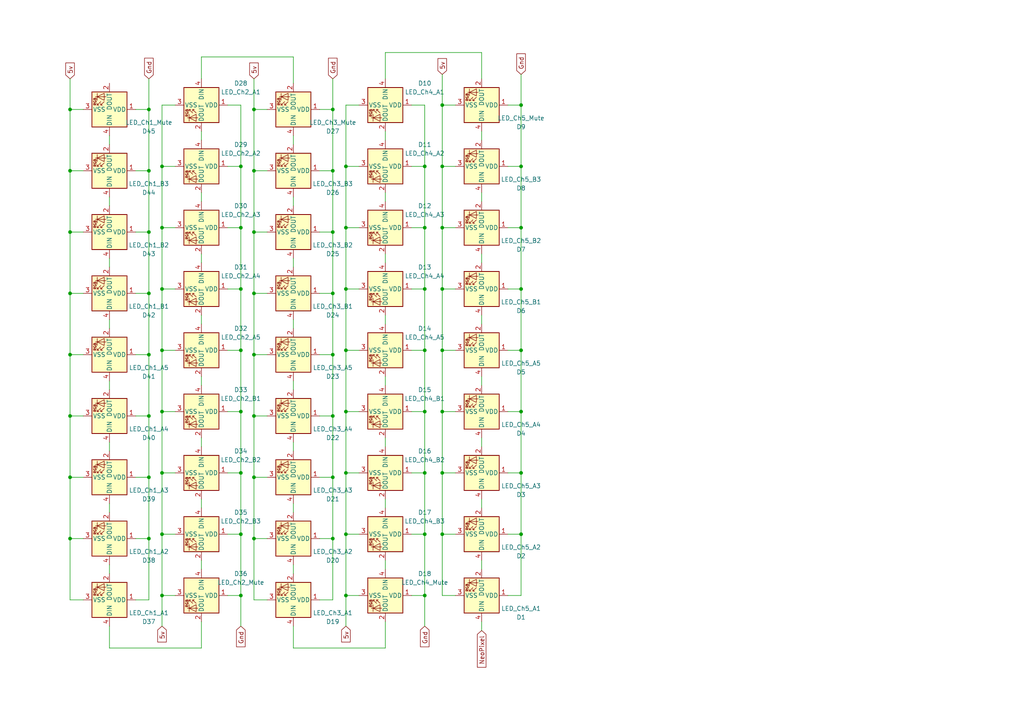
<source format=kicad_sch>
(kicad_sch (version 20231120) (generator "eeschema") (generator_version "8.0")
  (paper "A4")
  (lib_symbols
    (symbol "LED:WS2812B" (pin_names (offset 0.254))
      (property "Reference" "D" (at 5.08 5.715 0))
      (property "Value" "WS2812B" (at 1.27 -5.715 0))
      (symbol "WS2812B_0_0"
        (text "RGB" (at 2.286 -4.191 0) (effects (font (size 0.762 0.762))))
      )
      (symbol "WS2812B_0_1"
        (polyline (pts (xy 1.27 -3.556) (xy 1.778 -3.556)))
        (polyline (pts (xy 1.27 -2.54) (xy 1.778 -2.54)))
        (polyline (pts (xy 4.699 -3.556) (xy 2.667 -3.556)))
        (polyline (pts (xy 2.286 -2.54) (xy 1.27 -3.556) (xy 1.27 -3.048)))
        (polyline (pts (xy 2.286 -1.524) (xy 1.27 -2.54) (xy 1.27 -2.032)))
        (polyline (pts (xy 3.683 -1.016) (xy 3.683 -3.556) (xy 3.683 -4.064)))
        (polyline (pts (xy 4.699 -1.524) (xy 2.667 -1.524) (xy 3.683 -3.556) (xy 4.699 -1.524)))
        (rectangle (start 5.08 5.08) (end -5.08 -5.08) (stroke (width 0.254)) (fill (type background)))
      )
      (symbol "WS2812B_1_1"
        (pin power_in line (at 0 7.62 270) (length 2.54) (name "VDD") (number "1"))
        (pin output line (at 7.62 0 180) (length 2.54) (name "DOUT") (number "2"))
        (pin power_in line (at 0 -7.62 90) (length 2.54) (name "VSS") (number "3"))
        (pin input line (at -7.62 0 0) (length 2.54) (name "DIN") (number "4"))
      )
    )
  )
  (junction (at 96.52 138.43))
  (junction (at 100.33 154.94))
  (junction (at 123.19 83.82))
  (junction (at 20.32 67.31))
  (junction (at 43.18 102.87))
  (junction (at 43.18 156.21))
  (junction (at 96.52 31.75))
  (junction (at 46.99 48.26))
  (junction (at 73.66 120.65))
  (junction (at 69.85 48.26))
  (junction (at 123.19 66.04))
  (junction (at 123.19 48.26))
  (junction (at 100.33 119.38))
  (junction (at 69.85 83.82))
  (junction (at 46.99 83.82))
  (junction (at 100.33 48.26))
  (junction (at 128.27 30.48))
  (junction (at 100.33 83.82))
  (junction (at 151.13 83.82))
  (junction (at 128.27 119.38))
  (junction (at 151.13 30.48))
  (junction (at 73.66 85.09))
  (junction (at 20.32 85.09))
  (junction (at 151.13 66.04))
  (junction (at 43.18 120.65))
  (junction (at 128.27 137.16))
  (junction (at 20.32 120.65))
  (junction (at 20.32 138.43))
  (junction (at 128.27 83.82))
  (junction (at 46.99 137.16))
  (junction (at 96.52 49.53))
  (junction (at 151.13 137.16))
  (junction (at 69.85 137.16))
  (junction (at 96.52 67.31))
  (junction (at 46.99 66.04))
  (junction (at 73.66 31.75))
  (junction (at 46.99 101.6))
  (junction (at 69.85 101.6))
  (junction (at 96.52 156.21))
  (junction (at 43.18 85.09))
  (junction (at 151.13 48.26))
  (junction (at 151.13 119.38))
  (junction (at 128.27 101.6))
  (junction (at 73.66 156.21))
  (junction (at 46.99 154.94))
  (junction (at 73.66 138.43))
  (junction (at 128.27 154.94))
  (junction (at 96.52 120.65))
  (junction (at 100.33 137.16))
  (junction (at 96.52 85.09))
  (junction (at 151.13 154.94))
  (junction (at 69.85 154.94))
  (junction (at 96.52 102.87))
  (junction (at 69.85 119.38))
  (junction (at 20.32 31.75))
  (junction (at 43.18 31.75))
  (junction (at 43.18 49.53))
  (junction (at 20.32 49.53))
  (junction (at 123.19 119.38))
  (junction (at 43.18 138.43))
  (junction (at 46.99 119.38))
  (junction (at 100.33 66.04))
  (junction (at 69.85 172.72))
  (junction (at 123.19 101.6))
  (junction (at 73.66 49.53))
  (junction (at 43.18 67.31))
  (junction (at 100.33 172.72))
  (junction (at 123.19 137.16))
  (junction (at 20.32 156.21))
  (junction (at 123.19 154.94))
  (junction (at 73.66 67.31))
  (junction (at 46.99 172.72))
  (junction (at 128.27 48.26))
  (junction (at 123.19 172.72))
  (junction (at 69.85 66.04))
  (junction (at 100.33 101.6))
  (junction (at 128.27 66.04))
  (junction (at 73.66 102.87))
  (junction (at 151.13 101.6))
  (junction (at 20.32 102.87))
  (wire (pts (xy 96.52 138.43) (xy 96.52 156.21)))
  (wire (pts (xy 119.38 172.72) (xy 123.19 172.72)))
  (wire (pts (xy 39.37 120.65) (xy 43.18 120.65)))
  (wire (pts (xy 147.32 48.26) (xy 151.13 48.26)))
  (wire (pts (xy 96.52 85.09) (xy 96.52 102.87)))
  (wire (pts (xy 73.66 49.53) (xy 77.47 49.53)))
  (wire (pts (xy 31.75 163.83) (xy 31.75 166.37)))
  (wire (pts (xy 139.7 38.1) (xy 139.7 40.64)))
  (wire (pts (xy 39.37 31.75) (xy 43.18 31.75)))
  (wire (pts (xy 128.27 48.26) (xy 132.08 48.26)))
  (wire (pts (xy 85.09 146.05) (xy 85.09 148.59)))
  (wire (pts (xy 20.32 173.99) (xy 24.13 173.99)))
  (wire (pts (xy 66.04 66.04) (xy 69.85 66.04)))
  (wire (pts (xy 73.66 138.43) (xy 73.66 156.21)))
  (wire (pts (xy 147.32 30.48) (xy 151.13 30.48)))
  (wire (pts (xy 100.33 181.61) (xy 100.33 172.72)))
  (wire (pts (xy 73.66 120.65) (xy 73.66 138.43)))
  (wire (pts (xy 39.37 67.31) (xy 43.18 67.31)))
  (wire (pts (xy 69.85 137.16) (xy 69.85 119.38)))
  (wire (pts (xy 92.71 156.21) (xy 96.52 156.21)))
  (wire (pts (xy 85.09 163.83) (xy 85.09 166.37)))
  (wire (pts (xy 46.99 172.72) (xy 46.99 154.94)))
  (wire (pts (xy 128.27 119.38) (xy 132.08 119.38)))
  (wire (pts (xy 147.32 101.6) (xy 151.13 101.6)))
  (wire (pts (xy 73.66 49.53) (xy 73.66 67.31)))
  (wire (pts (xy 96.52 67.31) (xy 96.52 85.09)))
  (wire (pts (xy 96.52 102.87) (xy 96.52 120.65)))
  (wire (pts (xy 46.99 83.82) (xy 46.99 66.04)))
  (wire (pts (xy 100.33 101.6) (xy 100.33 83.82)))
  (wire (pts (xy 100.33 30.48) (xy 104.14 30.48)))
  (wire (pts (xy 58.42 187.96) (xy 58.42 180.34)))
  (wire (pts (xy 151.13 30.48) (xy 151.13 48.26)))
  (wire (pts (xy 139.7 73.66) (xy 139.7 76.2)))
  (wire (pts (xy 31.75 181.61) (xy 31.75 187.96)))
  (wire (pts (xy 100.33 154.94) (xy 100.33 137.16)))
  (wire (pts (xy 151.13 48.26) (xy 151.13 66.04)))
  (wire (pts (xy 119.38 154.94) (xy 123.19 154.94)))
  (wire (pts (xy 46.99 119.38) (xy 46.99 101.6)))
  (wire (pts (xy 111.76 40.64) (xy 111.76 38.1)))
  (wire (pts (xy 66.04 119.38) (xy 69.85 119.38)))
  (wire (pts (xy 85.09 110.49) (xy 85.09 113.03)))
  (wire (pts (xy 128.27 101.6) (xy 128.27 119.38)))
  (wire (pts (xy 123.19 172.72) (xy 123.19 154.94)))
  (wire (pts (xy 139.7 144.78) (xy 139.7 147.32)))
  (wire (pts (xy 69.85 48.26) (xy 69.85 30.48)))
  (wire (pts (xy 139.7 109.22) (xy 139.7 111.76)))
  (wire (pts (xy 92.71 85.09) (xy 96.52 85.09)))
  (wire (pts (xy 46.99 101.6) (xy 46.99 83.82)))
  (wire (pts (xy 66.04 137.16) (xy 69.85 137.16)))
  (wire (pts (xy 128.27 83.82) (xy 128.27 101.6)))
  (wire (pts (xy 43.18 22.86) (xy 43.18 31.75)))
  (wire (pts (xy 20.32 67.31) (xy 20.32 85.09)))
  (wire (pts (xy 128.27 137.16) (xy 128.27 154.94)))
  (wire (pts (xy 111.76 58.42) (xy 111.76 55.88)))
  (wire (pts (xy 39.37 156.21) (xy 43.18 156.21)))
  (wire (pts (xy 92.71 49.53) (xy 96.52 49.53)))
  (wire (pts (xy 100.33 83.82) (xy 104.14 83.82)))
  (wire (pts (xy 151.13 101.6) (xy 151.13 119.38)))
  (wire (pts (xy 69.85 66.04) (xy 69.85 48.26)))
  (wire (pts (xy 20.32 22.86) (xy 20.32 31.75)))
  (wire (pts (xy 46.99 101.6) (xy 50.8 101.6)))
  (wire (pts (xy 111.76 15.24) (xy 139.7 15.24)))
  (wire (pts (xy 20.32 102.87) (xy 20.32 120.65)))
  (wire (pts (xy 31.75 187.96) (xy 58.42 187.96)))
  (wire (pts (xy 100.33 48.26) (xy 100.33 30.48)))
  (wire (pts (xy 43.18 67.31) (xy 43.18 85.09)))
  (wire (pts (xy 46.99 137.16) (xy 50.8 137.16)))
  (wire (pts (xy 123.19 181.61) (xy 123.19 172.72)))
  (wire (pts (xy 128.27 154.94) (xy 128.27 172.72)))
  (wire (pts (xy 58.42 111.76) (xy 58.42 109.22)))
  (wire (pts (xy 128.27 101.6) (xy 132.08 101.6)))
  (wire (pts (xy 73.66 102.87) (xy 73.66 120.65)))
  (wire (pts (xy 20.32 49.53) (xy 24.13 49.53)))
  (wire (pts (xy 46.99 30.48) (xy 50.8 30.48)))
  (wire (pts (xy 69.85 119.38) (xy 69.85 101.6)))
  (wire (pts (xy 46.99 48.26) (xy 46.99 30.48)))
  (wire (pts (xy 111.76 187.96) (xy 111.76 180.34)))
  (wire (pts (xy 96.52 173.99) (xy 92.71 173.99)))
  (wire (pts (xy 20.32 67.31) (xy 24.13 67.31)))
  (wire (pts (xy 128.27 48.26) (xy 128.27 66.04)))
  (wire (pts (xy 119.38 83.82) (xy 123.19 83.82)))
  (wire (pts (xy 147.32 119.38) (xy 151.13 119.38)))
  (wire (pts (xy 111.76 93.98) (xy 111.76 91.44)))
  (wire (pts (xy 69.85 172.72) (xy 69.85 154.94)))
  (wire (pts (xy 46.99 48.26) (xy 50.8 48.26)))
  (wire (pts (xy 73.66 173.99) (xy 77.47 173.99)))
  (wire (pts (xy 96.52 49.53) (xy 96.52 67.31)))
  (wire (pts (xy 73.66 85.09) (xy 73.66 102.87)))
  (wire (pts (xy 20.32 102.87) (xy 24.13 102.87)))
  (wire (pts (xy 92.71 67.31) (xy 96.52 67.31)))
  (wire (pts (xy 69.85 181.61) (xy 69.85 172.72)))
  (wire (pts (xy 20.32 31.75) (xy 20.32 49.53)))
  (wire (pts (xy 73.66 31.75) (xy 77.47 31.75)))
  (wire (pts (xy 73.66 138.43) (xy 77.47 138.43)))
  (wire (pts (xy 100.33 119.38) (xy 104.14 119.38)))
  (wire (pts (xy 66.04 172.72) (xy 69.85 172.72)))
  (wire (pts (xy 31.75 110.49) (xy 31.75 113.03)))
  (wire (pts (xy 151.13 137.16) (xy 151.13 154.94)))
  (wire (pts (xy 31.75 146.05) (xy 31.75 148.59)))
  (wire (pts (xy 20.32 85.09) (xy 24.13 85.09)))
  (wire (pts (xy 111.76 76.2) (xy 111.76 73.66)))
  (wire (pts (xy 128.27 172.72) (xy 132.08 172.72)))
  (wire (pts (xy 66.04 48.26) (xy 69.85 48.26)))
  (wire (pts (xy 96.52 31.75) (xy 96.52 49.53)))
  (wire (pts (xy 139.7 15.24) (xy 139.7 22.86)))
  (wire (pts (xy 20.32 138.43) (xy 20.32 156.21)))
  (wire (pts (xy 85.09 128.27) (xy 85.09 130.81)))
  (wire (pts (xy 39.37 102.87) (xy 43.18 102.87)))
  (wire (pts (xy 43.18 49.53) (xy 43.18 67.31)))
  (wire (pts (xy 20.32 138.43) (xy 24.13 138.43)))
  (wire (pts (xy 66.04 101.6) (xy 69.85 101.6)))
  (wire (pts (xy 20.32 156.21) (xy 24.13 156.21)))
  (wire (pts (xy 119.38 137.16) (xy 123.19 137.16)))
  (wire (pts (xy 39.37 49.53) (xy 43.18 49.53)))
  (wire (pts (xy 151.13 66.04) (xy 151.13 83.82)))
  (wire (pts (xy 100.33 137.16) (xy 100.33 119.38)))
  (wire (pts (xy 43.18 31.75) (xy 43.18 49.53)))
  (wire (pts (xy 85.09 39.37) (xy 85.09 41.91)))
  (wire (pts (xy 46.99 119.38) (xy 50.8 119.38)))
  (wire (pts (xy 46.99 154.94) (xy 46.99 137.16)))
  (wire (pts (xy 128.27 119.38) (xy 128.27 137.16)))
  (wire (pts (xy 66.04 83.82) (xy 69.85 83.82)))
  (wire (pts (xy 123.19 154.94) (xy 123.19 137.16)))
  (wire (pts (xy 46.99 66.04) (xy 50.8 66.04)))
  (wire (pts (xy 43.18 173.99) (xy 39.37 173.99)))
  (wire (pts (xy 123.19 137.16) (xy 123.19 119.38)))
  (wire (pts (xy 43.18 102.87) (xy 43.18 120.65)))
  (wire (pts (xy 147.32 137.16) (xy 151.13 137.16)))
  (wire (pts (xy 100.33 172.72) (xy 104.14 172.72)))
  (wire (pts (xy 69.85 101.6) (xy 69.85 83.82)))
  (wire (pts (xy 43.18 120.65) (xy 43.18 138.43)))
  (wire (pts (xy 73.66 120.65) (xy 77.47 120.65)))
  (wire (pts (xy 128.27 30.48) (xy 132.08 30.48)))
  (wire (pts (xy 96.52 156.21) (xy 96.52 173.99)))
  (wire (pts (xy 58.42 76.2) (xy 58.42 73.66)))
  (wire (pts (xy 73.66 102.87) (xy 77.47 102.87)))
  (wire (pts (xy 31.75 92.71) (xy 31.75 95.25)))
  (wire (pts (xy 85.09 187.96) (xy 111.76 187.96)))
  (wire (pts (xy 20.32 120.65) (xy 24.13 120.65)))
  (wire (pts (xy 100.33 48.26) (xy 104.14 48.26)))
  (wire (pts (xy 123.19 101.6) (xy 123.19 83.82)))
  (wire (pts (xy 31.75 57.15) (xy 31.75 59.69)))
  (wire (pts (xy 111.76 129.54) (xy 111.76 127)))
  (wire (pts (xy 92.71 138.43) (xy 96.52 138.43)))
  (wire (pts (xy 92.71 120.65) (xy 96.52 120.65)))
  (wire (pts (xy 128.27 21.59) (xy 128.27 30.48)))
  (wire (pts (xy 119.38 119.38) (xy 123.19 119.38)))
  (wire (pts (xy 39.37 138.43) (xy 43.18 138.43)))
  (wire (pts (xy 147.32 154.94) (xy 151.13 154.94)))
  (wire (pts (xy 128.27 66.04) (xy 132.08 66.04)))
  (wire (pts (xy 31.75 128.27) (xy 31.75 130.81)))
  (wire (pts (xy 96.52 120.65) (xy 96.52 138.43)))
  (wire (pts (xy 100.33 101.6) (xy 104.14 101.6)))
  (wire (pts (xy 119.38 48.26) (xy 123.19 48.26)))
  (wire (pts (xy 39.37 85.09) (xy 43.18 85.09)))
  (wire (pts (xy 73.66 22.86) (xy 73.66 31.75)))
  (wire (pts (xy 123.19 48.26) (xy 123.19 30.48)))
  (wire (pts (xy 139.7 91.44) (xy 139.7 93.98)))
  (wire (pts (xy 100.33 119.38) (xy 100.33 101.6)))
  (wire (pts (xy 119.38 101.6) (xy 123.19 101.6)))
  (wire (pts (xy 151.13 172.72) (xy 147.32 172.72)))
  (wire (pts (xy 69.85 154.94) (xy 69.85 137.16)))
  (wire (pts (xy 31.75 74.93) (xy 31.75 77.47)))
  (wire (pts (xy 58.42 165.1) (xy 58.42 162.56)))
  (wire (pts (xy 73.66 156.21) (xy 77.47 156.21)))
  (wire (pts (xy 46.99 137.16) (xy 46.99 119.38)))
  (wire (pts (xy 111.76 22.86) (xy 111.76 15.24)))
  (wire (pts (xy 123.19 83.82) (xy 123.19 66.04)))
  (wire (pts (xy 58.42 58.42) (xy 58.42 55.88)))
  (wire (pts (xy 96.52 22.86) (xy 96.52 31.75)))
  (wire (pts (xy 151.13 119.38) (xy 151.13 137.16)))
  (wire (pts (xy 58.42 147.32) (xy 58.42 144.78)))
  (wire (pts (xy 147.32 66.04) (xy 151.13 66.04)))
  (wire (pts (xy 85.09 181.61) (xy 85.09 187.96)))
  (wire (pts (xy 20.32 156.21) (xy 20.32 173.99)))
  (wire (pts (xy 100.33 137.16) (xy 104.14 137.16)))
  (wire (pts (xy 139.7 55.88) (xy 139.7 58.42)))
  (wire (pts (xy 123.19 119.38) (xy 123.19 101.6)))
  (wire (pts (xy 128.27 154.94) (xy 132.08 154.94)))
  (wire (pts (xy 46.99 83.82) (xy 50.8 83.82)))
  (wire (pts (xy 73.66 67.31) (xy 73.66 85.09)))
  (wire (pts (xy 85.09 74.93) (xy 85.09 77.47)))
  (wire (pts (xy 46.99 154.94) (xy 50.8 154.94)))
  (wire (pts (xy 128.27 30.48) (xy 128.27 48.26)))
  (wire (pts (xy 31.75 39.37) (xy 31.75 41.91)))
  (wire (pts (xy 20.32 49.53) (xy 20.32 67.31)))
  (wire (pts (xy 43.18 138.43) (xy 43.18 156.21)))
  (wire (pts (xy 139.7 162.56) (xy 139.7 165.1)))
  (wire (pts (xy 128.27 83.82) (xy 132.08 83.82)))
  (wire (pts (xy 46.99 66.04) (xy 46.99 48.26)))
  (wire (pts (xy 151.13 83.82) (xy 151.13 101.6)))
  (wire (pts (xy 100.33 83.82) (xy 100.33 66.04)))
  (wire (pts (xy 151.13 154.94) (xy 151.13 172.72)))
  (wire (pts (xy 73.66 85.09) (xy 77.47 85.09)))
  (wire (pts (xy 128.27 66.04) (xy 128.27 83.82)))
  (wire (pts (xy 100.33 66.04) (xy 100.33 48.26)))
  (wire (pts (xy 111.76 111.76) (xy 111.76 109.22)))
  (wire (pts (xy 46.99 181.61) (xy 46.99 172.72)))
  (wire (pts (xy 73.66 31.75) (xy 73.66 49.53)))
  (wire (pts (xy 58.42 22.86) (xy 58.42 16.51)))
  (wire (pts (xy 85.09 16.51) (xy 85.09 24.13)))
  (wire (pts (xy 43.18 156.21) (xy 43.18 173.99)))
  (wire (pts (xy 119.38 66.04) (xy 123.19 66.04)))
  (wire (pts (xy 73.66 156.21) (xy 73.66 173.99)))
  (wire (pts (xy 58.42 40.64) (xy 58.42 38.1)))
  (wire (pts (xy 69.85 30.48) (xy 66.04 30.48)))
  (wire (pts (xy 85.09 57.15) (xy 85.09 59.69)))
  (wire (pts (xy 123.19 30.48) (xy 119.38 30.48)))
  (wire (pts (xy 58.42 93.98) (xy 58.42 91.44)))
  (wire (pts (xy 111.76 147.32) (xy 111.76 144.78)))
  (wire (pts (xy 147.32 83.82) (xy 151.13 83.82)))
  (wire (pts (xy 100.33 154.94) (xy 104.14 154.94)))
  (wire (pts (xy 46.99 172.72) (xy 50.8 172.72)))
  (wire (pts (xy 58.42 129.54) (xy 58.42 127)))
  (wire (pts (xy 123.19 66.04) (xy 123.19 48.26)))
  (wire (pts (xy 92.71 31.75) (xy 96.52 31.75)))
  (wire (pts (xy 20.32 120.65) (xy 20.32 138.43)))
  (wire (pts (xy 139.7 127) (xy 139.7 129.54)))
  (wire (pts (xy 20.32 85.09) (xy 20.32 102.87)))
  (wire (pts (xy 58.42 16.51) (xy 85.09 16.51)))
  (wire (pts (xy 43.18 85.09) (xy 43.18 102.87)))
  (wire (pts (xy 92.71 102.87) (xy 96.52 102.87)))
  (wire (pts (xy 151.13 21.59) (xy 151.13 30.48)))
  (wire (pts (xy 139.7 180.34) (xy 139.7 182.88)))
  (wire (pts (xy 20.32 31.75) (xy 24.13 31.75)))
  (wire (pts (xy 69.85 83.82) (xy 69.85 66.04)))
  (wire (pts (xy 128.27 137.16) (xy 132.08 137.16)))
  (wire (pts (xy 66.04 154.94) (xy 69.85 154.94)))
  (wire (pts (xy 100.33 66.04) (xy 104.14 66.04)))
  (wire (pts (xy 85.09 92.71) (xy 85.09 95.25)))
  (wire (pts (xy 111.76 165.1) (xy 111.76 162.56)))
  (wire (pts (xy 100.33 172.72) (xy 100.33 154.94)))
  (wire (pts (xy 73.66 67.31) (xy 77.47 67.31)))
  (global_label "5v" (shape input) (at 20.32 22.86 90) (property "Intersheetrefs" "${INTERSHEET_REFS}" (effects (hide yes))))
  (global_label "Gnd" (shape input) (at 151.13 21.59 90) (property "Intersheetrefs" "${INTERSHEET_REFS}" (effects (hide yes))))
  (global_label "5v" (shape input) (at 128.27 21.59 90) (property "Intersheetrefs" "${INTERSHEET_REFS}" (effects (hide yes))))
  (global_label "5v" (shape input) (at 73.66 22.86 90) (property "Intersheetrefs" "${INTERSHEET_REFS}" (effects (hide yes))))
  (global_label "5v" (shape input) (at 100.33 181.61 270) (property "Intersheetrefs" "${INTERSHEET_REFS}" (effects (hide yes))))
  (global_label "Gnd" (shape input) (at 96.52 22.86 90) (property "Intersheetrefs" "${INTERSHEET_REFS}" (effects (hide yes))))
  (global_label "Gnd" (shape input) (at 43.18 22.86 90) (property "Intersheetrefs" "${INTERSHEET_REFS}" (effects (hide yes))))
  (global_label "Gnd" (shape input) (at 123.19 181.61 270) (property "Intersheetrefs" "${INTERSHEET_REFS}" (effects (hide yes))))
  (global_label "NeoPixel" (shape input) (at 139.7 182.88 270) (property "Intersheetrefs" "${INTERSHEET_REFS}" (effects (hide yes))))
  (global_label "Gnd" (shape input) (at 69.85 181.61 270) (property "Intersheetrefs" "${INTERSHEET_REFS}" (effects (hide yes))))
  (global_label "5v" (shape input) (at 46.99 181.61 270) (property "Intersheetrefs" "${INTERSHEET_REFS}" (effects (hide yes))))
  (symbol (lib_id "LED:WS2812B") (at 58.42 83.82 270) (unit 1)
    (property "Reference" "D31" (at 69.85 77.5014 90))
    (property "Value" "LED_Ch2_A4" (at 69.85 80.0414 90))
    (property "Footprint" "LED_SMD:LED_WS2812B_PLCC4_5.0x5.0mm_P3.2mm" (effects (hide yes)))
    (property "Datasheet" "https://cdn-shop.adafruit.com/datasheets/WS2812B.pdf" (effects (hide yes)))
    (property "Description" "RGB LED with integrated controller" (effects (hide yes)))
  )
  (symbol (lib_id "LED:WS2812B") (at 58.42 137.16 270) (unit 1)
    (property "Reference" "D34" (at 69.85 130.8414 90))
    (property "Value" "LED_Ch2_B2" (at 69.85 133.3814 90))
    (property "Footprint" "LED_SMD:LED_WS2812B_PLCC4_5.0x5.0mm_P3.2mm" (effects (hide yes)))
    (property "Datasheet" "https://cdn-shop.adafruit.com/datasheets/WS2812B.pdf" (effects (hide yes)))
    (property "Description" "RGB LED with integrated controller" (effects (hide yes)))
  )
  (symbol (lib_id "LED:WS2812B") (at 85.09 156.21 270) (mirror x) (unit 1)
    (property "Reference" "D20" (at 96.52 162.5286 90))
    (property "Value" "LED_Ch3_A2" (at 96.52 159.9886 90))
    (property "Footprint" "LED_SMD:LED_WS2812B_PLCC4_5.0x5.0mm_P3.2mm" (effects (hide yes)))
    (property "Datasheet" "https://cdn-shop.adafruit.com/datasheets/WS2812B.pdf" (effects (hide yes)))
    (property "Description" "RGB LED with integrated controller" (effects (hide yes)))
  )
  (symbol (lib_id "LED:WS2812B") (at 139.7 101.6 270) (mirror x) (unit 1)
    (property "Reference" "D5" (at 151.13 107.9186 90))
    (property "Value" "LED_Ch5_A5" (at 151.13 105.3786 90))
    (property "Footprint" "LED_SMD:LED_WS2812B_PLCC4_5.0x5.0mm_P3.2mm" (effects (hide yes)))
    (property "Datasheet" "https://cdn-shop.adafruit.com/datasheets/WS2812B.pdf" (effects (hide yes)))
    (property "Description" "RGB LED with integrated controller" (effects (hide yes)))
  )
  (symbol (lib_id "LED:WS2812B") (at 31.75 85.09 270) (mirror x) (unit 1)
    (property "Reference" "D42" (at 43.18 91.4086 90))
    (property "Value" "LED_Ch1_B1" (at 43.18 88.8686 90))
    (property "Footprint" "LED_SMD:LED_WS2812B_PLCC4_5.0x5.0mm_P3.2mm" (effects (hide yes)))
    (property "Datasheet" "https://cdn-shop.adafruit.com/datasheets/WS2812B.pdf" (effects (hide yes)))
    (property "Description" "RGB LED with integrated controller" (effects (hide yes)))
  )
  (symbol (lib_id "LED:WS2812B") (at 111.76 101.6 270) (unit 1)
    (property "Reference" "D14" (at 123.19 95.2814 90))
    (property "Value" "LED_Ch4_A5" (at 123.19 97.8214 90))
    (property "Footprint" "LED_SMD:LED_WS2812B_PLCC4_5.0x5.0mm_P3.2mm" (effects (hide yes)))
    (property "Datasheet" "https://cdn-shop.adafruit.com/datasheets/WS2812B.pdf" (effects (hide yes)))
    (property "Description" "RGB LED with integrated controller" (effects (hide yes)))
  )
  (symbol (lib_id "LED:WS2812B") (at 139.7 172.72 270) (mirror x) (unit 1)
    (property "Reference" "D1" (at 151.13 179.0386 90))
    (property "Value" "LED_Ch5_A1" (at 151.13 176.4986 90))
    (property "Footprint" "LED_SMD:LED_WS2812B_PLCC4_5.0x5.0mm_P3.2mm" (effects (hide yes)))
    (property "Datasheet" "https://cdn-shop.adafruit.com/datasheets/WS2812B.pdf" (effects (hide yes)))
    (property "Description" "RGB LED with integrated controller" (effects (hide yes)))
  )
  (symbol (lib_id "LED:WS2812B") (at 85.09 67.31 270) (mirror x) (unit 1)
    (property "Reference" "D25" (at 96.52 73.6286 90))
    (property "Value" "LED_Ch3_B2" (at 96.52 71.0886 90))
    (property "Footprint" "LED_SMD:LED_WS2812B_PLCC4_5.0x5.0mm_P3.2mm" (effects (hide yes)))
    (property "Datasheet" "https://cdn-shop.adafruit.com/datasheets/WS2812B.pdf" (effects (hide yes)))
    (property "Description" "RGB LED with integrated controller" (effects (hide yes)))
  )
  (symbol (lib_id "LED:WS2812B") (at 31.75 173.99 270) (mirror x) (unit 1)
    (property "Reference" "D37" (at 43.18 180.3086 90))
    (property "Value" "LED_Ch1_A1" (at 43.18 177.7686 90))
    (property "Footprint" "LED_SMD:LED_WS2812B_PLCC4_5.0x5.0mm_P3.2mm" (effects (hide yes)))
    (property "Datasheet" "https://cdn-shop.adafruit.com/datasheets/WS2812B.pdf" (effects (hide yes)))
    (property "Description" "RGB LED with integrated controller" (effects (hide yes)))
  )
  (symbol (lib_id "LED:WS2812B") (at 58.42 154.94 270) (unit 1)
    (property "Reference" "D35" (at 69.85 148.6214 90))
    (property "Value" "LED_Ch2_B3" (at 69.85 151.1614 90))
    (property "Footprint" "LED_SMD:LED_WS2812B_PLCC4_5.0x5.0mm_P3.2mm" (effects (hide yes)))
    (property "Datasheet" "https://cdn-shop.adafruit.com/datasheets/WS2812B.pdf" (effects (hide yes)))
    (property "Description" "RGB LED with integrated controller" (effects (hide yes)))
  )
  (symbol (lib_id "LED:WS2812B") (at 85.09 173.99 270) (mirror x) (unit 1)
    (property "Reference" "D19" (at 96.52 180.3086 90))
    (property "Value" "LED_Ch3_A1" (at 96.52 177.7686 90))
    (property "Footprint" "LED_SMD:LED_WS2812B_PLCC4_5.0x5.0mm_P3.2mm" (effects (hide yes)))
    (property "Datasheet" "https://cdn-shop.adafruit.com/datasheets/WS2812B.pdf" (effects (hide yes)))
    (property "Description" "RGB LED with integrated controller" (effects (hide yes)))
  )
  (symbol (lib_id "LED:WS2812B") (at 85.09 120.65 270) (mirror x) (unit 1)
    (property "Reference" "D22" (at 96.52 126.9686 90))
    (property "Value" "LED_Ch3_A4" (at 96.52 124.4286 90))
    (property "Footprint" "LED_SMD:LED_WS2812B_PLCC4_5.0x5.0mm_P3.2mm" (effects (hide yes)))
    (property "Datasheet" "https://cdn-shop.adafruit.com/datasheets/WS2812B.pdf" (effects (hide yes)))
    (property "Description" "RGB LED with integrated controller" (effects (hide yes)))
  )
  (symbol (lib_id "LED:WS2812B") (at 85.09 31.75 270) (mirror x) (unit 1)
    (property "Reference" "D27" (at 96.52 38.0686 90))
    (property "Value" "LED_Ch3_Mute" (at 96.52 35.5286 90))
    (property "Footprint" "LED_SMD:LED_WS2812B_PLCC4_5.0x5.0mm_P3.2mm" (effects (hide yes)))
    (property "Datasheet" "https://cdn-shop.adafruit.com/datasheets/WS2812B.pdf" (effects (hide yes)))
    (property "Description" "RGB LED with integrated controller" (effects (hide yes)))
  )
  (symbol (lib_id "LED:WS2812B") (at 85.09 85.09 270) (mirror x) (unit 1)
    (property "Reference" "D24" (at 96.52 91.4086 90))
    (property "Value" "LED_Ch3_B1" (at 96.52 88.8686 90))
    (property "Footprint" "LED_SMD:LED_WS2812B_PLCC4_5.0x5.0mm_P3.2mm" (effects (hide yes)))
    (property "Datasheet" "https://cdn-shop.adafruit.com/datasheets/WS2812B.pdf" (effects (hide yes)))
    (property "Description" "RGB LED with integrated controller" (effects (hide yes)))
  )
  (symbol (lib_id "LED:WS2812B") (at 139.7 66.04 270) (mirror x) (unit 1)
    (property "Reference" "D7" (at 151.13 72.3586 90))
    (property "Value" "LED_Ch5_B2" (at 151.13 69.8186 90))
    (property "Footprint" "LED_SMD:LED_WS2812B_PLCC4_5.0x5.0mm_P3.2mm" (effects (hide yes)))
    (property "Datasheet" "https://cdn-shop.adafruit.com/datasheets/WS2812B.pdf" (effects (hide yes)))
    (property "Description" "RGB LED with integrated controller" (effects (hide yes)))
  )
  (symbol (lib_id "LED:WS2812B") (at 111.76 172.72 270) (unit 1)
    (property "Reference" "D18" (at 123.19 166.4014 90))
    (property "Value" "LED_Ch4_Mute" (at 123.19 168.9414 90))
    (property "Footprint" "LED_SMD:LED_WS2812B_PLCC4_5.0x5.0mm_P3.2mm" (effects (hide yes)))
    (property "Datasheet" "https://cdn-shop.adafruit.com/datasheets/WS2812B.pdf" (effects (hide yes)))
    (property "Description" "RGB LED with integrated controller" (effects (hide yes)))
  )
  (symbol (lib_id "LED:WS2812B") (at 139.7 137.16 270) (mirror x) (unit 1)
    (property "Reference" "D3" (at 151.13 143.4786 90))
    (property "Value" "LED_Ch5_A3" (at 151.13 140.9386 90))
    (property "Footprint" "LED_SMD:LED_WS2812B_PLCC4_5.0x5.0mm_P3.2mm" (effects (hide yes)))
    (property "Datasheet" "https://cdn-shop.adafruit.com/datasheets/WS2812B.pdf" (effects (hide yes)))
    (property "Description" "RGB LED with integrated controller" (effects (hide yes)))
  )
  (symbol (lib_id "LED:WS2812B") (at 139.7 83.82 270) (mirror x) (unit 1)
    (property "Reference" "D6" (at 151.13 90.1386 90))
    (property "Value" "LED_Ch5_B1" (at 151.13 87.5986 90))
    (property "Footprint" "LED_SMD:LED_WS2812B_PLCC4_5.0x5.0mm_P3.2mm" (effects (hide yes)))
    (property "Datasheet" "https://cdn-shop.adafruit.com/datasheets/WS2812B.pdf" (effects (hide yes)))
    (property "Description" "RGB LED with integrated controller" (effects (hide yes)))
  )
  (symbol (lib_id "LED:WS2812B") (at 111.76 48.26 270) (unit 1)
    (property "Reference" "D11" (at 123.19 41.9414 90))
    (property "Value" "LED_Ch4_A2" (at 123.19 44.4814 90))
    (property "Footprint" "LED_SMD:LED_WS2812B_PLCC4_5.0x5.0mm_P3.2mm" (effects (hide yes)))
    (property "Datasheet" "https://cdn-shop.adafruit.com/datasheets/WS2812B.pdf" (effects (hide yes)))
    (property "Description" "RGB LED with integrated controller" (effects (hide yes)))
  )
  (symbol (lib_id "LED:WS2812B") (at 58.42 30.48 270) (unit 1)
    (property "Reference" "D28" (at 69.85 24.1614 90))
    (property "Value" "LED_Ch2_A1" (at 69.85 26.7014 90))
    (property "Footprint" "LED_SMD:LED_WS2812B_PLCC4_5.0x5.0mm_P3.2mm" (effects (hide yes)))
    (property "Datasheet" "https://cdn-shop.adafruit.com/datasheets/WS2812B.pdf" (effects (hide yes)))
    (property "Description" "RGB LED with integrated controller" (effects (hide yes)))
  )
  (symbol (lib_id "LED:WS2812B") (at 139.7 30.48 270) (mirror x) (unit 1)
    (property "Reference" "D9" (at 151.13 36.7986 90))
    (property "Value" "LED_Ch5_Mute" (at 151.13 34.2586 90))
    (property "Footprint" "LED_SMD:LED_WS2812B_PLCC4_5.0x5.0mm_P3.2mm" (effects (hide yes)))
    (property "Datasheet" "https://cdn-shop.adafruit.com/datasheets/WS2812B.pdf" (effects (hide yes)))
    (property "Description" "RGB LED with integrated controller" (effects (hide yes)))
  )
  (symbol (lib_id "LED:WS2812B") (at 85.09 138.43 270) (mirror x) (unit 1)
    (property "Reference" "D21" (at 96.52 144.7486 90))
    (property "Value" "LED_Ch3_A3" (at 96.52 142.2086 90))
    (property "Footprint" "LED_SMD:LED_WS2812B_PLCC4_5.0x5.0mm_P3.2mm" (effects (hide yes)))
    (property "Datasheet" "https://cdn-shop.adafruit.com/datasheets/WS2812B.pdf" (effects (hide yes)))
    (property "Description" "RGB LED with integrated controller" (effects (hide yes)))
  )
  (symbol (lib_id "LED:WS2812B") (at 58.42 66.04 270) (unit 1)
    (property "Reference" "D30" (at 69.85 59.7214 90))
    (property "Value" "LED_Ch2_A3" (at 69.85 62.2614 90))
    (property "Footprint" "LED_SMD:LED_WS2812B_PLCC4_5.0x5.0mm_P3.2mm" (effects (hide yes)))
    (property "Datasheet" "https://cdn-shop.adafruit.com/datasheets/WS2812B.pdf" (effects (hide yes)))
    (property "Description" "RGB LED with integrated controller" (effects (hide yes)))
  )
  (symbol (lib_id "LED:WS2812B") (at 85.09 102.87 270) (mirror x) (unit 1)
    (property "Reference" "D23" (at 96.52 109.1886 90))
    (property "Value" "LED_Ch3_A5" (at 96.52 106.6486 90))
    (property "Footprint" "LED_SMD:LED_WS2812B_PLCC4_5.0x5.0mm_P3.2mm" (effects (hide yes)))
    (property "Datasheet" "https://cdn-shop.adafruit.com/datasheets/WS2812B.pdf" (effects (hide yes)))
    (property "Description" "RGB LED with integrated controller" (effects (hide yes)))
  )
  (symbol (lib_id "LED:WS2812B") (at 31.75 102.87 270) (mirror x) (unit 1)
    (property "Reference" "D41" (at 43.18 109.1886 90))
    (property "Value" "LED_Ch1_A5" (at 43.18 106.6486 90))
    (property "Footprint" "LED_SMD:LED_WS2812B_PLCC4_5.0x5.0mm_P3.2mm" (effects (hide yes)))
    (property "Datasheet" "https://cdn-shop.adafruit.com/datasheets/WS2812B.pdf" (effects (hide yes)))
    (property "Description" "RGB LED with integrated controller" (effects (hide yes)))
  )
  (symbol (lib_id "LED:WS2812B") (at 31.75 138.43 270) (mirror x) (unit 1)
    (property "Reference" "D39" (at 43.18 144.7486 90))
    (property "Value" "LED_Ch1_A3" (at 43.18 142.2086 90))
    (property "Footprint" "LED_SMD:LED_WS2812B_PLCC4_5.0x5.0mm_P3.2mm" (effects (hide yes)))
    (property "Datasheet" "https://cdn-shop.adafruit.com/datasheets/WS2812B.pdf" (effects (hide yes)))
    (property "Description" "RGB LED with integrated controller" (effects (hide yes)))
  )
  (symbol (lib_id "LED:WS2812B") (at 85.09 49.53 270) (mirror x) (unit 1)
    (property "Reference" "D26" (at 96.52 55.8486 90))
    (property "Value" "LED_Ch3_B3" (at 96.52 53.3086 90))
    (property "Footprint" "LED_SMD:LED_WS2812B_PLCC4_5.0x5.0mm_P3.2mm" (effects (hide yes)))
    (property "Datasheet" "https://cdn-shop.adafruit.com/datasheets/WS2812B.pdf" (effects (hide yes)))
    (property "Description" "RGB LED with integrated controller" (effects (hide yes)))
  )
  (symbol (lib_id "LED:WS2812B") (at 111.76 66.04 270) (unit 1)
    (property "Reference" "D12" (at 123.19 59.7214 90))
    (property "Value" "LED_Ch4_A3" (at 123.19 62.2614 90))
    (property "Footprint" "LED_SMD:LED_WS2812B_PLCC4_5.0x5.0mm_P3.2mm" (effects (hide yes)))
    (property "Datasheet" "https://cdn-shop.adafruit.com/datasheets/WS2812B.pdf" (effects (hide yes)))
    (property "Description" "RGB LED with integrated controller" (effects (hide yes)))
  )
  (symbol (lib_id "LED:WS2812B") (at 111.76 119.38 270) (unit 1)
    (property "Reference" "D15" (at 123.19 113.0614 90))
    (property "Value" "LED_Ch4_B1" (at 123.19 115.6014 90))
    (property "Footprint" "LED_SMD:LED_WS2812B_PLCC4_5.0x5.0mm_P3.2mm" (effects (hide yes)))
    (property "Datasheet" "https://cdn-shop.adafruit.com/datasheets/WS2812B.pdf" (effects (hide yes)))
    (property "Description" "RGB LED with integrated controller" (effects (hide yes)))
  )
  (symbol (lib_id "LED:WS2812B") (at 111.76 30.48 270) (unit 1)
    (property "Reference" "D10" (at 123.19 24.1614 90))
    (property "Value" "LED_Ch4_A1" (at 123.19 26.7014 90))
    (property "Footprint" "LED_SMD:LED_WS2812B_PLCC4_5.0x5.0mm_P3.2mm" (effects (hide yes)))
    (property "Datasheet" "https://cdn-shop.adafruit.com/datasheets/WS2812B.pdf" (effects (hide yes)))
    (property "Description" "RGB LED with integrated controller" (effects (hide yes)))
  )
  (symbol (lib_id "LED:WS2812B") (at 111.76 154.94 270) (unit 1)
    (property "Reference" "D17" (at 123.19 148.6214 90))
    (property "Value" "LED_Ch4_B3" (at 123.19 151.1614 90))
    (property "Footprint" "LED_SMD:LED_WS2812B_PLCC4_5.0x5.0mm_P3.2mm" (effects (hide yes)))
    (property "Datasheet" "https://cdn-shop.adafruit.com/datasheets/WS2812B.pdf" (effects (hide yes)))
    (property "Description" "RGB LED with integrated controller" (effects (hide yes)))
  )
  (symbol (lib_id "LED:WS2812B") (at 58.42 101.6 270) (unit 1)
    (property "Reference" "D32" (at 69.85 95.2814 90))
    (property "Value" "LED_Ch2_A5" (at 69.85 97.8214 90))
    (property "Footprint" "LED_SMD:LED_WS2812B_PLCC4_5.0x5.0mm_P3.2mm" (effects (hide yes)))
    (property "Datasheet" "https://cdn-shop.adafruit.com/datasheets/WS2812B.pdf" (effects (hide yes)))
    (property "Description" "RGB LED with integrated controller" (effects (hide yes)))
  )
  (symbol (lib_id "LED:WS2812B") (at 58.42 119.38 270) (unit 1)
    (property "Reference" "D33" (at 69.85 113.0614 90))
    (property "Value" "LED_Ch2_B1" (at 69.85 115.6014 90))
    (property "Footprint" "LED_SMD:LED_WS2812B_PLCC4_5.0x5.0mm_P3.2mm" (effects (hide yes)))
    (property "Datasheet" "https://cdn-shop.adafruit.com/datasheets/WS2812B.pdf" (effects (hide yes)))
    (property "Description" "RGB LED with integrated controller" (effects (hide yes)))
  )
  (symbol (lib_id "LED:WS2812B") (at 111.76 137.16 270) (unit 1)
    (property "Reference" "D16" (at 123.19 130.8414 90))
    (property "Value" "LED_Ch4_B2" (at 123.19 133.3814 90))
    (property "Footprint" "LED_SMD:LED_WS2812B_PLCC4_5.0x5.0mm_P3.2mm" (effects (hide yes)))
    (property "Datasheet" "https://cdn-shop.adafruit.com/datasheets/WS2812B.pdf" (effects (hide yes)))
    (property "Description" "RGB LED with integrated controller" (effects (hide yes)))
  )
  (symbol (lib_id "LED:WS2812B") (at 139.7 119.38 270) (mirror x) (unit 1)
    (property "Reference" "D4" (at 151.13 125.6986 90))
    (property "Value" "LED_Ch5_A4" (at 151.13 123.1586 90))
    (property "Footprint" "LED_SMD:LED_WS2812B_PLCC4_5.0x5.0mm_P3.2mm" (effects (hide yes)))
    (property "Datasheet" "https://cdn-shop.adafruit.com/datasheets/WS2812B.pdf" (effects (hide yes)))
    (property "Description" "RGB LED with integrated controller" (effects (hide yes)))
  )
  (symbol (lib_id "LED:WS2812B") (at 111.76 83.82 270) (unit 1)
    (property "Reference" "D13" (at 123.19 77.5014 90))
    (property "Value" "LED_Ch4_A4" (at 123.19 80.0414 90))
    (property "Footprint" "LED_SMD:LED_WS2812B_PLCC4_5.0x5.0mm_P3.2mm" (effects (hide yes)))
    (property "Datasheet" "https://cdn-shop.adafruit.com/datasheets/WS2812B.pdf" (effects (hide yes)))
    (property "Description" "RGB LED with integrated controller" (effects (hide yes)))
  )
  (symbol (lib_id "LED:WS2812B") (at 31.75 120.65 270) (mirror x) (unit 1)
    (property "Reference" "D40" (at 43.18 126.9686 90))
    (property "Value" "LED_Ch1_A4" (at 43.18 124.4286 90))
    (property "Footprint" "LED_SMD:LED_WS2812B_PLCC4_5.0x5.0mm_P3.2mm" (effects (hide yes)))
    (property "Datasheet" "https://cdn-shop.adafruit.com/datasheets/WS2812B.pdf" (effects (hide yes)))
    (property "Description" "RGB LED with integrated controller" (effects (hide yes)))
  )
  (symbol (lib_id "LED:WS2812B") (at 31.75 31.75 270) (mirror x) (unit 1)
    (property "Reference" "D45" (at 43.18 38.0686 90))
    (property "Value" "LED_Ch1_Mute" (at 43.18 35.5286 90))
    (property "Footprint" "LED_SMD:LED_WS2812B_PLCC4_5.0x5.0mm_P3.2mm" (effects (hide yes)))
    (property "Datasheet" "https://cdn-shop.adafruit.com/datasheets/WS2812B.pdf" (effects (hide yes)))
    (property "Description" "RGB LED with integrated controller" (effects (hide yes)))
  )
  (symbol (lib_id "LED:WS2812B") (at 31.75 49.53 270) (mirror x) (unit 1)
    (property "Reference" "D44" (at 43.18 55.8486 90))
    (property "Value" "LED_Ch1_B3" (at 43.18 53.3086 90))
    (property "Footprint" "LED_SMD:LED_WS2812B_PLCC4_5.0x5.0mm_P3.2mm" (effects (hide yes)))
    (property "Datasheet" "https://cdn-shop.adafruit.com/datasheets/WS2812B.pdf" (effects (hide yes)))
    (property "Description" "RGB LED with integrated controller" (effects (hide yes)))
  )
  (symbol (lib_id "LED:WS2812B") (at 139.7 154.94 270) (mirror x) (unit 1)
    (property "Reference" "D2" (at 151.13 161.2586 90))
    (property "Value" "LED_Ch5_A2" (at 151.13 158.7186 90))
    (property "Footprint" "LED_SMD:LED_WS2812B_PLCC4_5.0x5.0mm_P3.2mm" (effects (hide yes)))
    (property "Datasheet" "https://cdn-shop.adafruit.com/datasheets/WS2812B.pdf" (effects (hide yes)))
    (property "Description" "RGB LED with integrated controller" (effects (hide yes)))
  )
  (symbol (lib_id "LED:WS2812B") (at 31.75 67.31 270) (mirror x) (unit 1)
    (property "Reference" "D43" (at 43.18 73.6286 90))
    (property "Value" "LED_Ch1_B2" (at 43.18 71.0886 90))
    (property "Footprint" "LED_SMD:LED_WS2812B_PLCC4_5.0x5.0mm_P3.2mm" (effects (hide yes)))
    (property "Datasheet" "https://cdn-shop.adafruit.com/datasheets/WS2812B.pdf" (effects (hide yes)))
    (property "Description" "RGB LED with integrated controller" (effects (hide yes)))
  )
  (symbol (lib_id "LED:WS2812B") (at 31.75 156.21 270) (mirror x) (unit 1)
    (property "Reference" "D38" (at 43.18 162.5286 90))
    (property "Value" "LED_Ch1_A2" (at 43.18 159.9886 90))
    (property "Footprint" "LED_SMD:LED_WS2812B_PLCC4_5.0x5.0mm_P3.2mm" (effects (hide yes)))
    (property "Datasheet" "https://cdn-shop.adafruit.com/datasheets/WS2812B.pdf" (effects (hide yes)))
    (property "Description" "RGB LED with integrated controller" (effects (hide yes)))
  )
  (symbol (lib_id "LED:WS2812B") (at 139.7 48.26 270) (mirror x) (unit 1)
    (property "Reference" "D8" (at 151.13 54.5786 90))
    (property "Value" "LED_Ch5_B3" (at 151.13 52.0386 90))
    (property "Footprint" "LED_SMD:LED_WS2812B_PLCC4_5.0x5.0mm_P3.2mm" (effects (hide yes)))
    (property "Datasheet" "https://cdn-shop.adafruit.com/datasheets/WS2812B.pdf" (effects (hide yes)))
    (property "Description" "RGB LED with integrated controller" (effects (hide yes)))
  )
  (symbol (lib_id "LED:WS2812B") (at 58.42 172.72 270) (unit 1)
    (property "Reference" "D36" (at 69.85 166.4014 90))
    (property "Value" "LED_Ch2_Mute" (at 69.85 168.9414 90))
    (property "Footprint" "LED_SMD:LED_WS2812B_PLCC4_5.0x5.0mm_P3.2mm" (effects (hide yes)))
    (property "Datasheet" "https://cdn-shop.adafruit.com/datasheets/WS2812B.pdf" (effects (hide yes)))
    (property "Description" "RGB LED with integrated controller" (effects (hide yes)))
  )
  (symbol (lib_id "LED:WS2812B") (at 58.42 48.26 270) (unit 1)
    (property "Reference" "D29" (at 69.85 41.9414 90))
    (property "Value" "LED_Ch2_A2" (at 69.85 44.4814 90))
    (property "Footprint" "LED_SMD:LED_WS2812B_PLCC4_5.0x5.0mm_P3.2mm" (effects (hide yes)))
    (property "Datasheet" "https://cdn-shop.adafruit.com/datasheets/WS2812B.pdf" (effects (hide yes)))
    (property "Description" "RGB LED with integrated controller" (effects (hide yes)))
  )
)
</source>
